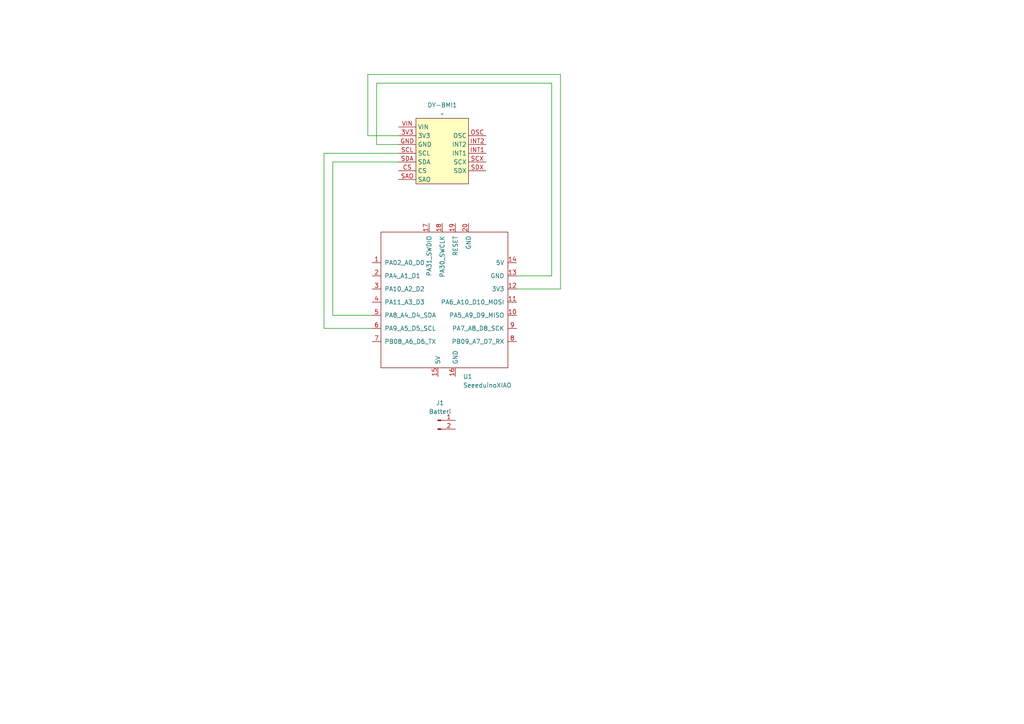
<source format=kicad_sch>
(kicad_sch (version 20231120) (generator "eeschema") (generator_version "8.0")
  (paper "A4")
  (lib_symbols
    (symbol "Connector:Conn_01x02_Pin" (pin_names (offset 1.016) hide)
      (property "Reference" "J" (at 0 2.54 0))
      (property "Value" "Conn_01x02_Pin" (at 0 -5.08 0))
      (symbol "Conn_01x02_Pin_1_1"
        (polyline (pts (xy 1.27 -2.54) (xy 0.8636 -2.54)) (stroke (width 0.1524)))
        (polyline (pts (xy 1.27 0) (xy 0.8636 0)) (stroke (width 0.1524)))
        (rectangle (start 0.8636 -2.413) (end 0 -2.667) (stroke (width 0.1524)) (fill (type outline)))
        (rectangle (start 0.8636 0.127) (end 0 -0.127) (stroke (width 0.1524)) (fill (type outline)))
        (pin passive line (at 5.08 0 180) (length 3.81) (name "Pin_1") (number "1"))
        (pin passive line (at 5.08 -2.54 180) (length 3.81) (name "Pin_2") (number "2"))
      )
    )
    (symbol "DY-BMI160:DY-BMI160"
      (property "Reference" "DY-BMI160" (at 0.762 5.334 0))
      (symbol "DY-BMI160_1_1"
        (rectangle (start -7.62 2.54) (end 7.62 -16.51) (fill (type background)))
        (pin input line (at -12.7 -2.54 0) (length 5.08) (name "3V3") (number "3V3"))
        (pin input line (at -12.7 -12.7 0) (length 5.08) (name "CS") (number "CS"))
        (pin input line (at -12.7 -5.08 0) (length 5.08) (name "GND") (number "GND"))
        (pin output line (at 12.7 -7.62 180) (length 5.08) (name "INT1") (number "INT1"))
        (pin output line (at 12.7 -5.08 180) (length 5.08) (name "INT2") (number "INT2"))
        (pin input line (at 12.7 -2.54 180) (length 5.08) (name "OSC") (number "OSC"))
        (pin input line (at -12.7 -15.24 0) (length 5.08) (name "SAO") (number "SAO"))
        (pin input line (at -12.7 -7.62 0) (length 5.08) (name "SCL") (number "SCL"))
        (pin output line (at 12.7 -10.16 180) (length 5.08) (name "SCX") (number "SCX"))
        (pin bidirectional line (at -12.7 -10.16 0) (length 5.08) (name "SDA") (number "SDA"))
        (pin output line (at 12.7 -12.7 180) (length 5.08) (name "SDX") (number "SDX"))
        (pin input line (at -12.7 0 0) (length 5.08) (name "VIN") (number "VIN"))
      )
    )
    (symbol "Seeduino:SeeeduinoXIAO" (pin_names (offset 1.016))
      (property "Reference" "U" (at -19.05 22.86 0))
      (property "Value" "SeeeduinoXIAO" (at -12.7 21.59 0))
      (symbol "SeeeduinoXIAO_0_1"
        (rectangle (start -19.05 20.32) (end 17.78 -19.05))
      )
      (symbol "SeeeduinoXIAO_1_1"
        (pin unspecified line (at -21.59 11.43 0) (length 2.54) (name "PA02_A0_D0") (number "1"))
        (pin unspecified line (at 20.32 -3.81 180) (length 2.54) (name "PA5_A9_D9_MISO") (number "10"))
        (pin unspecified line (at 20.32 0 180) (length 2.54) (name "PA6_A10_D10_MOSI") (number "11"))
        (pin unspecified line (at 20.32 3.81 180) (length 2.54) (name "3V3") (number "12"))
        (pin unspecified line (at 20.32 7.62 180) (length 2.54) (name "GND") (number "13"))
        (pin unspecified line (at 20.32 11.43 180) (length 2.54) (name "5V") (number "14"))
        (pin input line (at -2.54 -21.59 90) (length 2.54) (name "5V") (number "15"))
        (pin input line (at 2.54 -21.59 90) (length 2.54) (name "GND") (number "16"))
        (pin input line (at -5.08 22.86 270) (length 2.54) (name "PA31_SWDIO") (number "17"))
        (pin input line (at -1.27 22.86 270) (length 2.54) (name "PA30_SWCLK") (number "18"))
        (pin input line (at 2.54 22.86 270) (length 2.54) (name "RESET") (number "19"))
        (pin unspecified line (at -21.59 7.62 0) (length 2.54) (name "PA4_A1_D1") (number "2"))
        (pin input line (at 6.35 22.86 270) (length 2.54) (name "GND") (number "20"))
        (pin unspecified line (at -21.59 3.81 0) (length 2.54) (name "PA10_A2_D2") (number "3"))
        (pin unspecified line (at -21.59 0 0) (length 2.54) (name "PA11_A3_D3") (number "4"))
        (pin unspecified line (at -21.59 -3.81 0) (length 2.54) (name "PA8_A4_D4_SDA") (number "5"))
        (pin unspecified line (at -21.59 -7.62 0) (length 2.54) (name "PA9_A5_D5_SCL") (number "6"))
        (pin unspecified line (at -21.59 -11.43 0) (length 2.54) (name "PB08_A6_D6_TX") (number "7"))
        (pin unspecified line (at 20.32 -11.43 180) (length 2.54) (name "PB09_A7_D7_RX") (number "8"))
        (pin unspecified line (at 20.32 -7.62 180) (length 2.54) (name "PA7_A8_D8_SCK") (number "9"))
      )
    )
  )
  (wire (pts (xy 107.95 95.25) (xy 93.98 95.25)))
  (wire (pts (xy 107.95 91.44) (xy 96.52 91.44)))
  (wire (pts (xy 109.22 24.13) (xy 160.02 24.13)))
  (wire (pts (xy 93.98 95.25) (xy 93.98 44.45)))
  (wire (pts (xy 160.02 80.01) (xy 149.86 80.01)))
  (wire (pts (xy 106.68 21.59) (xy 106.68 39.37)))
  (wire (pts (xy 96.52 91.44) (xy 96.52 46.99)))
  (wire (pts (xy 109.22 41.91) (xy 109.22 24.13)))
  (wire (pts (xy 162.56 21.59) (xy 106.68 21.59)))
  (wire (pts (xy 160.02 24.13) (xy 160.02 80.01)))
  (wire (pts (xy 149.86 83.82) (xy 162.56 83.82)))
  (wire (pts (xy 115.57 41.91) (xy 109.22 41.91)))
  (wire (pts (xy 106.68 39.37) (xy 115.57 39.37)))
  (wire (pts (xy 93.98 44.45) (xy 115.57 44.45)))
  (wire (pts (xy 162.56 83.82) (xy 162.56 21.59)))
  (wire (pts (xy 96.52 46.99) (xy 115.57 46.99)))
  (symbol (lib_id "Seeduino:SeeeduinoXIAO") (at 129.54 87.63 0) (unit 1)
    (property "Reference" "U1" (at 134.2741 109.22 0) (effects (justify left)))
    (property "Value" "SeeeduinoXIAO" (at 134.2741 111.76 0) (effects (justify left)))
    (property "Footprint" "Seeduino:Seeeduino XIAO-MOUDLE14P-2.54-21X17.8MM" (effects (hide yes)))
  )
  (symbol (lib_id "Connector:Conn_01x02_Pin") (at 127 121.92 0) (unit 1)
    (property "Reference" "J1" (at 127.635 116.84 0))
    (property "Value" "Batteri" (at 127.635 119.38 0))
    (property "Footprint" "Connector_JST:JST_PH_B2B-PH-K_1x02_P2.00mm_Vertical" (effects (hide yes)))
    (property "Description" "Generic connector, single row, 01x02, script generated" (effects (hide yes)))
  )
  (symbol (lib_id "DY-BMI160:DY-BMI160") (at 128.27 36.83 0) (unit 1)
    (property "Reference" "DY-BMI1" (at 128.27 30.48 0))
    (property "Value" "~" (at 128.27 33.02 0))
    (property "Footprint" "DY-BMI160:DY-BMI160" (effects (hide yes)))
  )
)
</source>
